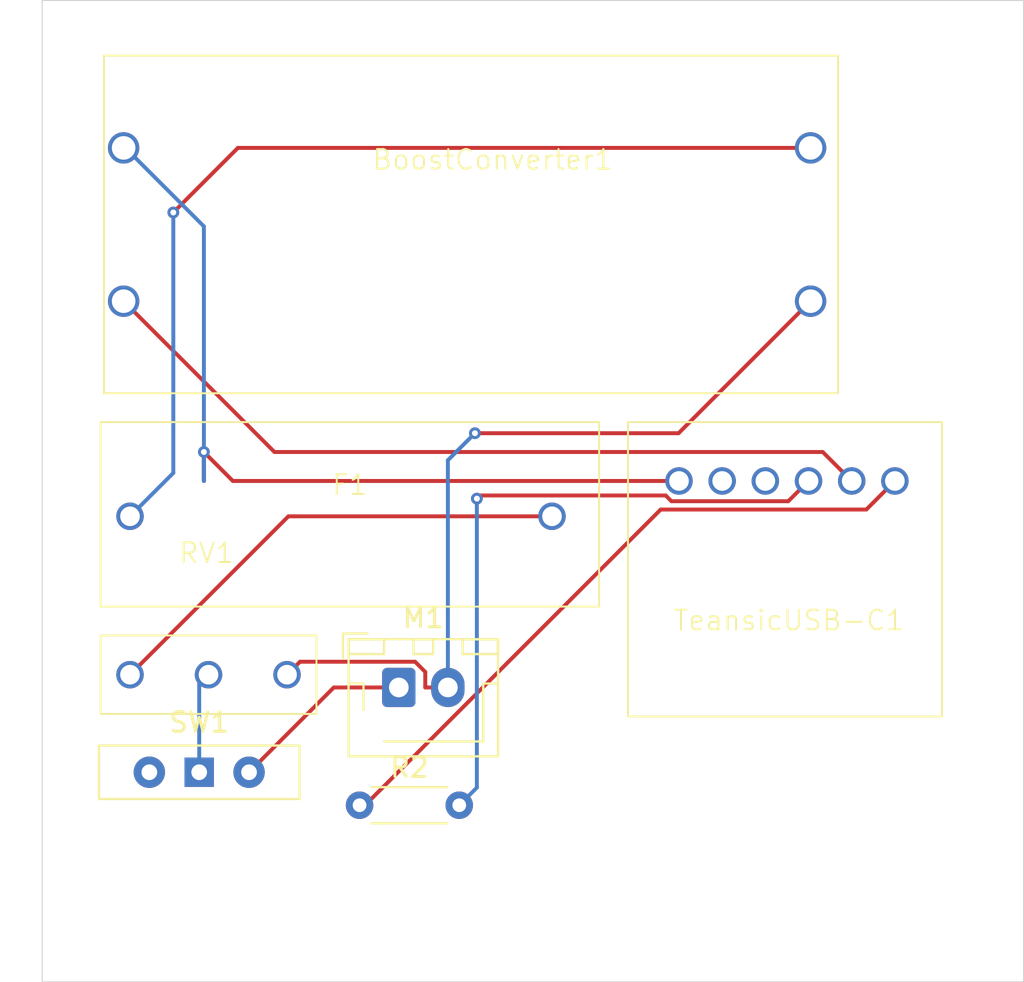
<source format=kicad_pcb>
(kicad_pcb (version 20241229) (generator "pcbnew") (generator_version "9.0")
  (layers (0 "F.Cu" signal) (2 "B.Cu" signal) (13 "F.Paste" user) (15 "B.Paste" user) (5 "F.SilkS" user "F.Silkscreen") (7 "B.SilkS" user "B.Silkscreen") (1 "F.Mask" user) (3 "B.Mask" user) (25 "Edge.Cuts" user))
  (net 0 "")
  (net 1 "Net-(BoostConverter1-Vout-)")
  (net 2 "Net-(BoostConverter1-Vout+)")
  (net 3 "Net-(BoostConverter1-Vin+)")
  (net 4 "Net-(BoostConverter1-Vin-)")
  (net 5 "Net-(SW1-B)")
  (net 7 "Net-(M1-+)")
  (net 8 "Net-(F1-Pad2)")
  (net 9 "Net-(TeansicUSB-C1-CC1)")
  (net 10 "GND")
  (footprint "Potentiometer_THT_Custom:Taiss3PTHTPot" (layer "F.Cu") (at 69.475 64.8)
    (property "Reference" "RV1" (at 5.4 -8.4 0) (layer "F.SilkS") (effects (font (thickness 0.1))))
    (property "Value" "R_Potentiometer")
    (fp_rect (start 0 -4.2) (end 11 -0.2) (stroke (width 0.1)) (fill no) (layer "F.SilkS"))
    (pad "1" thru_hole circle (at 1.5 -2.2) (size 1.4 1.4) (drill 1) (layers "*.Cu" "*.Mask") (net 8 "Net-(F1-Pad2)"))
    (pad "2" thru_hole circle (at 5.5 -2.2 90) (size 1.4 1.4) (drill 1) (layers "*.Cu" "*.Mask") (net 5 "Net-(SW1-B)"))
    (pad "3" thru_hole circle (at 9.5 -2.2) (size 1.4 1.4) (drill 1) (layers "*.Cu" "*.Mask") (net 1 "Net-(BoostConverter1-Vout-)"))
  )
  (footprint "Fuse_Custom:BLX-A Fuse Holder" (layer "F.Cu") (at 69.475 59.13)
    (property "Reference" "F1" (at 12.7 -6.2 0) (layer "F.SilkS") (effects (font (thickness 0.1))))
    (property "Value" "Fuse_Small")
    (fp_rect (start 0 -9.4) (end 25.4 0) (stroke (width 0.1)) (fill no) (layer "F.SilkS"))
    (pad "1" thru_hole circle (at 1.5 -4.6) (size 1.4 1.4) (drill 1) (layers "*.Cu" "*.Mask") (net 2 "Net-(BoostConverter1-Vout+)"))
    (pad "2" thru_hole circle (at 23 -4.6) (size 1.4 1.4) (drill 1) (layers "*.Cu" "*.Mask") (net 8 "Net-(F1-Pad2)"))
  )
  (footprint "Resistor_THT:R_Axial_DIN0204_L3.6mm_D1.6mm_P5.08mm_Horizontal" (layer "F.Cu") (at 82.67 69.25)
    (property "Reference" "R2" (at 2.54 -1.92 0) (layer "F.SilkS"))
    (property "Value" "5.1 kOhm")
    (fp_line (start 0.62 -0.92) (end 4.46 -0.92) (stroke (width 0.12)) (layer "F.SilkS"))
    (fp_line (start 0.62 0.92) (end 4.46 0.92) (stroke (width 0.12)) (layer "F.SilkS"))
    (pad "1" thru_hole circle (at 0 0) (size 1.4 1.4) (drill 0.7) (layers "*.Cu" "*.Mask") (net 10 "GND"))
    (pad "2" thru_hole circle (at 5.08 0) (size 1.4 1.4) (drill 0.7) (layers "*.Cu" "*.Mask") (net 9 "Net-(TeansicUSB-C1-CC1)"))
  )
  (footprint "DC_DCConverter:BoostConverter" (layer "F.Cu") (at 69.65 48.26)
    (property "Reference" "BoostConverter1" (at 19.8 -11.9 0) (layer "F.SilkS") (effects (font (thickness 0.1))))
    (property "Value" "~")
    (fp_rect (start 0 -17.2) (end 37.4 0) (stroke (width 0.1)) (fill no) (layer "F.SilkS"))
    (pad "1" thru_hole circle (at 1 -12.5) (size 1.6 1.6) (drill 1.2) (layers "*.Cu" "*.Mask") (net 3 "Net-(BoostConverter1-Vin+)"))
    (pad "2" thru_hole circle (at 1 -4.69) (size 1.6 1.6) (drill 1.2) (layers "*.Cu" "*.Mask") (net 4 "Net-(BoostConverter1-Vin-)"))
    (pad "3" thru_hole circle (at 36 -12.5) (size 1.6 1.6) (drill 1.2) (layers "*.Cu" "*.Mask") (net 2 "Net-(BoostConverter1-Vout+)"))
    (pad "4" thru_hole circle (at 36 -4.69) (size 1.6 1.6) (drill 1.2) (layers "*.Cu" "*.Mask") (net 1 "Net-(BoostConverter1-Vout-)"))
  )
  (footprint "Button_Switch_THT:SW_Slide-03_Wuerth-WS-SLTV_10x2.5x6.4_P2.54mm" (layer "F.Cu") (at 74.5 67.57)
    (property "Reference" "SW1" (at 0 -2.54 0) (layer "F.SilkS"))
    (property "Value" "SW_Wuerth_450301014042")
    (fp_rect (start -5.11 -1.36) (end 5.11 1.36) (stroke (width 0.12)) (fill no) (layer "F.SilkS"))
    (pad "1" thru_hole rect (at 0 0) (size 1.5 1.5) (drill 0.8) (layers "*.Cu" "*.Mask") (net 5 "Net-(SW1-B)"))
    (pad "2" thru_hole circle (at -2.54 0) (size 1.6 1.6) (drill 0.8) (layers "*.Cu" "*.Mask"))
    (pad "3" thru_hole circle (at 2.54 0) (size 1.6 1.6) (drill 0.8) (layers "*.Cu" "*.Mask") (net 7 "Net-(M1-+)"))
  )
  (footprint "Connector_JST:JST_XH_B2B-XH-AM_1x02_P2.50mm_Vertical" (layer "F.Cu") (at 84.67 63.25)
    (property "Reference" "M1" (at 1.25 -3.55 0) (layer "F.SilkS"))
    (property "Value" "Motor_DC")
    (fp_line (start -2.85 -2.75) (end -2.85 -1.5) (stroke (width 0.12)) (layer "F.SilkS"))
    (fp_line (start -2.56 -2.46) (end -2.56 3.51) (stroke (width 0.12)) (layer "F.SilkS"))
    (fp_line (start -2.56 3.51) (end 5.06 3.51) (stroke (width 0.12)) (layer "F.SilkS"))
    (fp_line (start -2.55 -2.45) (end -2.55 -1.7) (stroke (width 0.12)) (layer "F.SilkS"))
    (fp_line (start -2.55 -1.7) (end -0.75 -1.7) (stroke (width 0.12)) (layer "F.SilkS"))
    (fp_line (start -2.55 -0.2) (end -1.8 -0.2) (stroke (width 0.12)) (layer "F.SilkS"))
    (fp_line (start -1.8 -0.2) (end -1.8 1.14) (stroke (width 0.12)) (layer "F.SilkS"))
    (fp_line (start -1.6 -2.75) (end -2.85 -2.75) (stroke (width 0.12)) (layer "F.SilkS"))
    (fp_line (start -0.75 -2.45) (end -2.55 -2.45) (stroke (width 0.12)) (layer "F.SilkS"))
    (fp_line (start -0.75 -1.7) (end -0.75 -2.45) (stroke (width 0.12)) (layer "F.SilkS"))
    (fp_line (start 0.75 -2.45) (end 0.75 -1.7) (stroke (width 0.12)) (layer "F.SilkS"))
    (fp_line (start 0.75 -1.7) (end 1.75 -1.7) (stroke (width 0.12)) (layer "F.SilkS"))
    (fp_line (start 1.25 2.75) (end -0.74 2.75) (stroke (width 0.12)) (layer "F.SilkS"))
    (fp_line (start 1.75 -2.45) (end 0.75 -2.45) (stroke (width 0.12)) (layer "F.SilkS"))
    (fp_line (start 1.75 -1.7) (end 1.75 -2.45) (stroke (width 0.12)) (layer "F.SilkS"))
    (fp_line (start 3.25 -2.45) (end 3.25 -1.7) (stroke (width 0.12)) (layer "F.SilkS"))
    (fp_line (start 3.25 -1.7) (end 5.05 -1.7) (stroke (width 0.12)) (layer "F.SilkS"))
    (fp_line (start 4.3 -0.2) (end 4.3 2.75) (stroke (width 0.12)) (layer "F.SilkS"))
    (fp_line (start 4.3 2.75) (end 1.25 2.75) (stroke (width 0.12)) (layer "F.SilkS"))
    (fp_line (start 5.05 -2.45) (end 3.25 -2.45) (stroke (width 0.12)) (layer "F.SilkS"))
    (fp_line (start 5.05 -1.7) (end 5.05 -2.45) (stroke (width 0.12)) (layer "F.SilkS"))
    (fp_line (start 5.05 -0.2) (end 4.3 -0.2) (stroke (width 0.12)) (layer "F.SilkS"))
    (fp_line (start 5.06 -2.46) (end -2.56 -2.46) (stroke (width 0.12)) (layer "F.SilkS"))
    (fp_line (start 5.06 3.51) (end 5.06 -2.46) (stroke (width 0.12)) (layer "F.SilkS"))
    (pad "" np_thru_hole circle (at -1.6 2) (size 1.2 1.2) (drill 1.2) (layers "*.Cu" "*.Mask"))
    (pad "1" thru_hole roundrect (at 0 0) (size 1.7 2) (drill 1) (layers "*.Cu" "*.Mask") (roundrect_rratio 0.147059) (net 7 "Net-(M1-+)"))
    (pad "2" thru_hole oval (at 2.5 0) (size 1.7 2) (drill 1) (layers "*.Cu" "*.Mask") (net 1 "Net-(BoostConverter1-Vout-)"))
  )
  (footprint "USB_C_Connector_THT:TeansicUSB_C_6PIN" (layer "F.Cu") (at 96.345 64.73)
    (property "Reference" "TeansicUSB-C1" (at 8.2 -4.9 0) (layer "F.SilkS") (effects (font (thickness 0.1))))
    (property "Value" "~")
    (fp_rect (start 0 -15) (end 16 0) (stroke (width 0.1)) (fill no) (layer "F.SilkS"))
    (pad "1" thru_hole circle (at 2.6 -12) (size 1.4 1.4) (drill 1) (layers "*.Cu" "*.Mask") (net 3 "Net-(BoostConverter1-Vin+)"))
    (pad "2" thru_hole circle (at 4.8 -12) (size 1.4 1.4) (drill 1) (layers "*.Cu" "*.Mask"))
    (pad "3" thru_hole circle (at 7 -12) (size 1.4 1.4) (drill 1) (layers "*.Cu" "*.Mask"))
    (pad "4" thru_hole circle (at 9.2 -12) (size 1.4 1.4) (drill 1) (layers "*.Cu" "*.Mask") (net 9 "Net-(TeansicUSB-C1-CC1)"))
    (pad "5" thru_hole circle (at 11.4 -12) (size 1.4 1.4) (drill 1) (layers "*.Cu" "*.Mask") (net 4 "Net-(BoostConverter1-Vin-)"))
    (pad "6" thru_hole circle (at 13.6 -12) (size 1.4 1.4) (drill 1) (layers "*.Cu" "*.Mask") (net 10 "GND"))
  )
  (gr_rect (start 66.5 28.25) (end 116.5 78.25) (stroke (width 0.05)) (fill no) (layer "Edge.Cuts"))
  (segment (start 87.17 63.25) (end 86.0183 63.25) (width 0.2) (layer "F.Cu") (net 1))
  (segment (start 86.0183 62.4582) (end 85.5005 61.9404) (width 0.2) (layer "F.Cu") (net 1))
  (segment (start 105.65 43.57) (end 98.9235 50.2965) (width 0.2) (layer "F.Cu") (net 1))
  (segment (start 85.5005 61.9404) (end 79.6346 61.9404) (width 0.2) (layer "F.Cu") (net 1))
  (segment (start 98.9235 50.2965) (end 88.5475 50.2965) (width 0.2) (layer "F.Cu") (net 1))
  (segment (start 79.6346 61.9404) (end 78.975 62.6) (width 0.2) (layer "F.Cu") (net 1))
  (segment (start 86.0183 63.25) (end 86.0183 62.4582) (width 0.2) (layer "F.Cu") (net 1))
  (via (at 88.5475 50.2965) (size 0.6) (drill 0.3) (layers "F.Cu" "B.Cu") (net 1))
  (segment (start 87.17 51.674) (end 87.17 63.25) (width 0.2) (layer "B.Cu") (net 1))
  (segment (start 88.5475 50.2965) (end 87.17 51.674) (width 0.2) (layer "B.Cu") (net 1))
  (segment (start 105.65 35.76) (end 76.4719 35.76) (width 0.2) (layer "F.Cu") (net 2))
  (segment (start 76.4719 35.76) (end 73.181 39.0509) (width 0.2) (layer "F.Cu") (net 2))
  (via (at 73.181 39.0509) (size 0.6) (drill 0.3) (layers "F.Cu" "B.Cu") (net 2))
  (segment (start 73.181 39.0509) (end 73.181 52.324) (width 0.2) (layer "B.Cu") (net 2))
  (segment (start 73.181 52.324) (end 70.975 54.53) (width 0.2) (layer "B.Cu") (net 2))
  (segment (start 74.7394 51.2534) (end 76.216 52.73) (width 0.2) (layer "F.Cu") (net 3))
  (segment (start 74.7394 52.73) (end 74.7394 51.2534) (width 0.2) (layer "F.Cu") (net 3))
  (segment (start 76.216 52.73) (end 98.945 52.73) (width 0.2) (layer "F.Cu") (net 3))
  (segment (start 74.7394 51.2534) (end 74.7394 52.73) (width 0.2) (layer "F.Cu") (net 3))
  (via (at 74.7394 51.2534) (size 0.6) (drill 0.3) (layers "F.Cu" "B.Cu") (net 3))
  (segment (start 74.7394 51.2534) (end 74.7394 39.7584) (width 0.2) (layer "B.Cu") (net 3))
  (segment (start 70.741 35.76) (end 70.65 35.76) (width 0.2) (layer "B.Cu") (net 3))
  (segment (start 74.7394 51.2534) (end 74.7394 52.73) (width 0.2) (layer "B.Cu") (net 3))
  (segment (start 74.7394 39.7584) (end 70.741 35.76) (width 0.2) (layer "B.Cu") (net 3))
  (segment (start 74.7394 52.73) (end 74.7394 51.2534) (width 0.2) (layer "B.Cu") (net 3))
  (segment (start 78.3345 51.2545) (end 70.65 43.57) (width 0.2) (layer "F.Cu") (net 4))
  (segment (start 106.2695 51.2545) (end 78.3345 51.2545) (width 0.2) (layer "F.Cu") (net 4))
  (segment (start 107.745 52.73) (end 106.2695 51.2545) (width 0.2) (layer "F.Cu") (net 4))
  (segment (start 74.5 67.57) (end 74.5 63.075) (width 0.2) (layer "B.Cu") (net 5))
  (segment (start 74.5 63.075) (end 74.975 62.6) (width 0.2) (layer "B.Cu") (net 5))
  (segment (start 81.36 63.25) (end 84.67 63.25) (width 0.2) (layer "F.Cu") (net 7))
  (segment (start 77.04 67.57) (end 81.36 63.25) (width 0.2) (layer "F.Cu") (net 7))
  (segment (start 79.045 54.53) (end 92.475 54.53) (width 0.2) (layer "F.Cu") (net 8))
  (segment (start 70.975 62.6) (end 79.045 54.53) (width 0.2) (layer "F.Cu") (net 8))
  (segment (start 88.647 53.4679) (end 88.647 53.63) (width 0.2) (layer "F.Cu") (net 9))
  (segment (start 88.8091 53.4679) (end 88.647 53.63) (width 0.2) (layer "F.Cu") (net 9))
  (segment (start 88.647 53.63) (end 88.647 53.4679) (width 0.2) (layer "F.Cu") (net 9))
  (segment (start 98.5595 53.7611) (end 98.2663 53.4679) (width 0.2) (layer "F.Cu") (net 9))
  (segment (start 98.2663 53.4679) (end 88.8091 53.4679) (width 0.2) (layer "F.Cu") (net 9))
  (segment (start 105.545 52.73) (end 104.5139 53.7611) (width 0.2) (layer "F.Cu") (net 9))
  (segment (start 104.5139 53.7611) (end 98.5595 53.7611) (width 0.2) (layer "F.Cu") (net 9))
  (via (at 88.647 53.63) (size 0.6) (drill 0.3) (layers "F.Cu" "B.Cu") (net 9))
  (segment (start 88.647 53.4679) (end 88.647 53.63) (width 0.2) (layer "B.Cu") (net 9))
  (segment (start 88.647 53.63) (end 88.647 68.353) (width 0.2) (layer "B.Cu") (net 9))
  (segment (start 88.647 53.63) (end 88.647 53.4679) (width 0.2) (layer "B.Cu") (net 9))
  (segment (start 88.647 68.353) (end 87.75 69.25) (width 0.2) (layer "B.Cu") (net 9))
  (segment (start 108.4898 54.1852) (end 109.945 52.73) (width 0.2) (layer "F.Cu") (net 10))
  (segment (start 82.67 69.25) (end 82.9488 69.25) (width 0.2) (layer "F.Cu") (net 10))
  (segment (start 98.0136 54.1852) (end 108.4898 54.1852) (width 0.2) (layer "F.Cu") (net 10))
  (segment (start 82.9488 69.25) (end 98.0136 54.1852) (width 0.2) (layer "F.Cu") (net 10))
)
</source>
